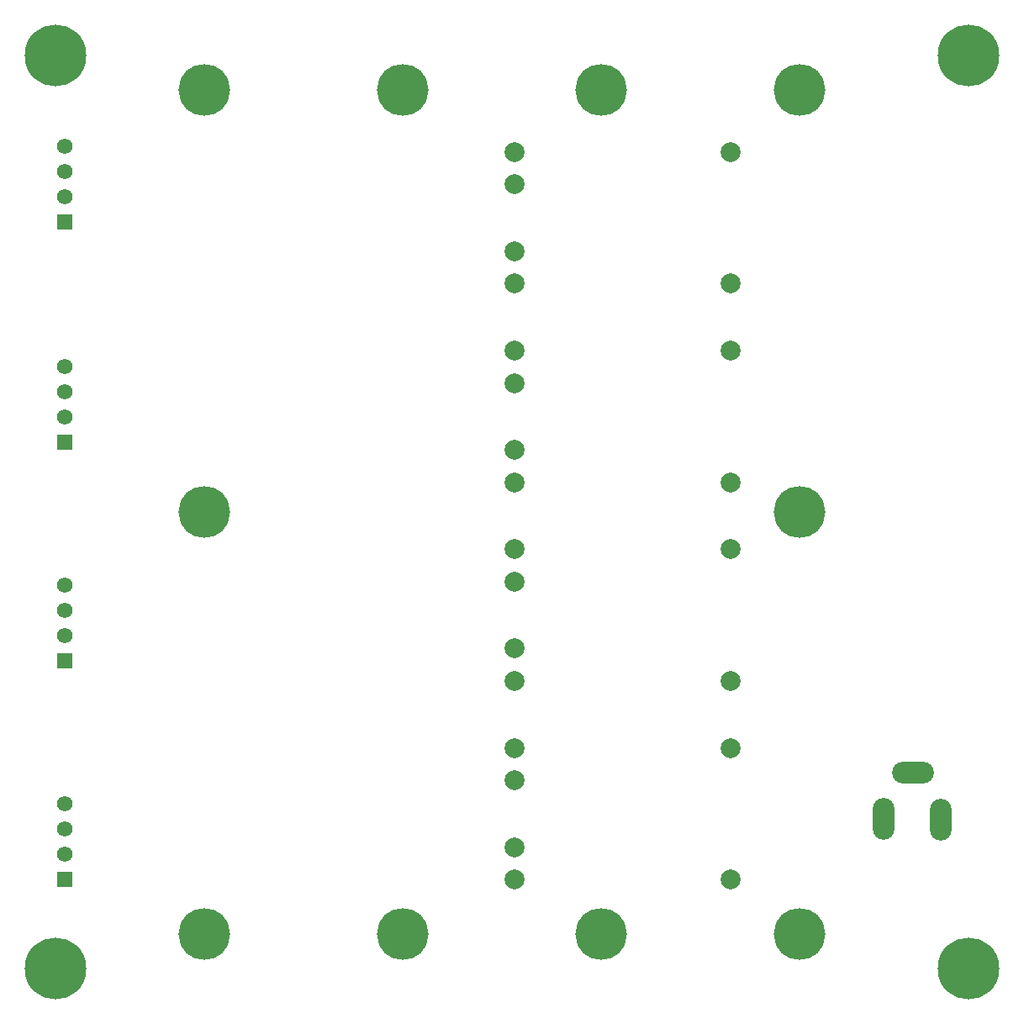
<source format=gts>
G04*
G04 #@! TF.GenerationSoftware,Altium Limited,CircuitStudio,1.5.2 (1.5.2.30)*
G04*
G04 Layer_Color=20142*
%FSLAX44Y44*%
%MOMM*%
G71*
G01*
G75*
%ADD21O,2.2032X4.2032*%
%ADD22O,4.2032X2.2032*%
%ADD23C,1.5732*%
%ADD24R,1.5732X1.5732*%
%ADD25C,2.0032*%
%ADD26C,5.2032*%
%ADD27C,6.2032*%
D21*
X1128000Y445000D02*
D03*
X1186000Y444000D02*
D03*
D22*
X1158000Y492000D02*
D03*
D23*
X304000Y680200D02*
D03*
Y654800D02*
D03*
Y629400D02*
D03*
Y460130D02*
D03*
Y434730D02*
D03*
Y409330D02*
D03*
Y900200D02*
D03*
Y874800D02*
D03*
Y849400D02*
D03*
Y1122320D02*
D03*
Y1096920D02*
D03*
Y1071520D02*
D03*
D24*
Y604000D02*
D03*
Y383930D02*
D03*
Y824000D02*
D03*
Y1046120D02*
D03*
D25*
X974000Y584000D02*
D03*
Y716500D02*
D03*
X756500D02*
D03*
Y684000D02*
D03*
Y616500D02*
D03*
Y584000D02*
D03*
X974000Y384000D02*
D03*
Y516500D02*
D03*
X756500D02*
D03*
Y484000D02*
D03*
Y416500D02*
D03*
Y384000D02*
D03*
X974000Y784000D02*
D03*
Y916500D02*
D03*
X756500D02*
D03*
Y884000D02*
D03*
Y816500D02*
D03*
Y784000D02*
D03*
X974000Y984000D02*
D03*
Y1116500D02*
D03*
X756500D02*
D03*
Y1084000D02*
D03*
Y1016500D02*
D03*
Y984000D02*
D03*
D26*
X1044000Y754000D02*
D03*
X444000D02*
D03*
X1044000Y1179000D02*
D03*
X444000D02*
D03*
Y329000D02*
D03*
X1044000D02*
D03*
X844000D02*
D03*
X644000D02*
D03*
X844000Y1179000D02*
D03*
X644000D02*
D03*
D27*
X294000Y1214000D02*
D03*
X1214000D02*
D03*
Y294000D02*
D03*
X294000D02*
D03*
M02*

</source>
